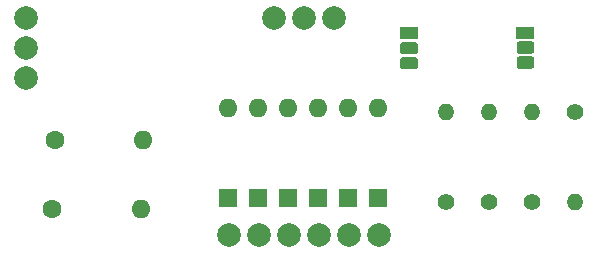
<source format=gbr>
G04 #@! TF.GenerationSoftware,KiCad,Pcbnew,(5.0.0)*
G04 #@! TF.CreationDate,2019-11-16T16:49:10+00:00*
G04 #@! TF.ProjectId,LS07,4C5330372E6B696361645F7063620000,rev?*
G04 #@! TF.SameCoordinates,Original*
G04 #@! TF.FileFunction,Soldermask,Top*
G04 #@! TF.FilePolarity,Negative*
%FSLAX46Y46*%
G04 Gerber Fmt 4.6, Leading zero omitted, Abs format (unit mm)*
G04 Created by KiCad (PCBNEW (5.0.0)) date 11/16/19 16:49:10*
%MOMM*%
%LPD*%
G01*
G04 APERTURE LIST*
%ADD10O,1.600000X1.600000*%
%ADD11C,1.600000*%
%ADD12C,2.000000*%
%ADD13R,1.600000X1.600000*%
%ADD14C,1.400000*%
%ADD15O,1.400000X1.400000*%
%ADD16R,1.500000X1.050000*%
%ADD17C,0.100000*%
%ADD18C,1.050000*%
G04 APERTURE END LIST*
D10*
G04 #@! TO.C,C1*
X129900000Y-71600000D03*
D11*
X122400000Y-71600000D03*
G04 #@! TD*
D10*
G04 #@! TO.C,C2*
X129700000Y-77400000D03*
D11*
X122200000Y-77400000D03*
G04 #@! TD*
D12*
G04 #@! TO.C,J1*
X145998000Y-61225500D03*
X143458000Y-61225500D03*
X140918000Y-61225500D03*
X149808000Y-79640500D03*
X147268000Y-79640500D03*
X144728000Y-79640500D03*
X142188000Y-79640500D03*
X139648000Y-79640500D03*
X137108000Y-79640500D03*
X119963000Y-66305500D03*
X119963000Y-63765500D03*
X119963000Y-61225500D03*
G04 #@! TD*
D13*
G04 #@! TO.C,D1*
X137096000Y-76454000D03*
D10*
X137096000Y-68834000D03*
G04 #@! TD*
D13*
G04 #@! TO.C,D2*
X139636000Y-76454000D03*
D10*
X139636000Y-68834000D03*
G04 #@! TD*
D13*
G04 #@! TO.C,D3*
X142176000Y-76454000D03*
D10*
X142176000Y-68834000D03*
G04 #@! TD*
D13*
G04 #@! TO.C,D4*
X144716000Y-76454000D03*
D10*
X144716000Y-68834000D03*
G04 #@! TD*
D13*
G04 #@! TO.C,D5*
X147256000Y-76454000D03*
D10*
X147256000Y-68834000D03*
G04 #@! TD*
D13*
G04 #@! TO.C,D6*
X149796000Y-76454000D03*
D10*
X149796000Y-68834000D03*
G04 #@! TD*
D14*
G04 #@! TO.C,R1*
X155512000Y-76835000D03*
D15*
X155512000Y-69215000D03*
G04 #@! TD*
D14*
G04 #@! TO.C,R2*
X159194000Y-76835000D03*
D15*
X159194000Y-69215000D03*
G04 #@! TD*
D14*
G04 #@! TO.C,R3*
X162814000Y-76835000D03*
D15*
X162814000Y-69215000D03*
G04 #@! TD*
D14*
G04 #@! TO.C,R4*
X166400000Y-69200000D03*
D15*
X166400000Y-76820000D03*
G04 #@! TD*
D16*
G04 #@! TO.C,VT1*
X152400000Y-62547500D03*
D17*
G36*
X152913229Y-64563764D02*
X152938711Y-64567544D01*
X152963700Y-64573803D01*
X152987954Y-64582482D01*
X153011242Y-64593496D01*
X153033337Y-64606739D01*
X153054028Y-64622085D01*
X153073116Y-64639384D01*
X153090415Y-64658472D01*
X153105761Y-64679163D01*
X153119004Y-64701258D01*
X153130018Y-64724546D01*
X153138697Y-64748800D01*
X153144956Y-64773789D01*
X153148736Y-64799271D01*
X153150000Y-64825000D01*
X153150000Y-65350000D01*
X153148736Y-65375729D01*
X153144956Y-65401211D01*
X153138697Y-65426200D01*
X153130018Y-65450454D01*
X153119004Y-65473742D01*
X153105761Y-65495837D01*
X153090415Y-65516528D01*
X153073116Y-65535616D01*
X153054028Y-65552915D01*
X153033337Y-65568261D01*
X153011242Y-65581504D01*
X152987954Y-65592518D01*
X152963700Y-65601197D01*
X152938711Y-65607456D01*
X152913229Y-65611236D01*
X152887500Y-65612500D01*
X151912500Y-65612500D01*
X151886771Y-65611236D01*
X151861289Y-65607456D01*
X151836300Y-65601197D01*
X151812046Y-65592518D01*
X151788758Y-65581504D01*
X151766663Y-65568261D01*
X151745972Y-65552915D01*
X151726884Y-65535616D01*
X151709585Y-65516528D01*
X151694239Y-65495837D01*
X151680996Y-65473742D01*
X151669982Y-65450454D01*
X151661303Y-65426200D01*
X151655044Y-65401211D01*
X151651264Y-65375729D01*
X151650000Y-65350000D01*
X151650000Y-64825000D01*
X151651264Y-64799271D01*
X151655044Y-64773789D01*
X151661303Y-64748800D01*
X151669982Y-64724546D01*
X151680996Y-64701258D01*
X151694239Y-64679163D01*
X151709585Y-64658472D01*
X151726884Y-64639384D01*
X151745972Y-64622085D01*
X151766663Y-64606739D01*
X151788758Y-64593496D01*
X151812046Y-64582482D01*
X151836300Y-64573803D01*
X151861289Y-64567544D01*
X151886771Y-64563764D01*
X151912500Y-64562500D01*
X152887500Y-64562500D01*
X152913229Y-64563764D01*
X152913229Y-64563764D01*
G37*
D18*
X152400000Y-65087500D03*
D17*
G36*
X152913229Y-63293764D02*
X152938711Y-63297544D01*
X152963700Y-63303803D01*
X152987954Y-63312482D01*
X153011242Y-63323496D01*
X153033337Y-63336739D01*
X153054028Y-63352085D01*
X153073116Y-63369384D01*
X153090415Y-63388472D01*
X153105761Y-63409163D01*
X153119004Y-63431258D01*
X153130018Y-63454546D01*
X153138697Y-63478800D01*
X153144956Y-63503789D01*
X153148736Y-63529271D01*
X153150000Y-63555000D01*
X153150000Y-64080000D01*
X153148736Y-64105729D01*
X153144956Y-64131211D01*
X153138697Y-64156200D01*
X153130018Y-64180454D01*
X153119004Y-64203742D01*
X153105761Y-64225837D01*
X153090415Y-64246528D01*
X153073116Y-64265616D01*
X153054028Y-64282915D01*
X153033337Y-64298261D01*
X153011242Y-64311504D01*
X152987954Y-64322518D01*
X152963700Y-64331197D01*
X152938711Y-64337456D01*
X152913229Y-64341236D01*
X152887500Y-64342500D01*
X151912500Y-64342500D01*
X151886771Y-64341236D01*
X151861289Y-64337456D01*
X151836300Y-64331197D01*
X151812046Y-64322518D01*
X151788758Y-64311504D01*
X151766663Y-64298261D01*
X151745972Y-64282915D01*
X151726884Y-64265616D01*
X151709585Y-64246528D01*
X151694239Y-64225837D01*
X151680996Y-64203742D01*
X151669982Y-64180454D01*
X151661303Y-64156200D01*
X151655044Y-64131211D01*
X151651264Y-64105729D01*
X151650000Y-64080000D01*
X151650000Y-63555000D01*
X151651264Y-63529271D01*
X151655044Y-63503789D01*
X151661303Y-63478800D01*
X151669982Y-63454546D01*
X151680996Y-63431258D01*
X151694239Y-63409163D01*
X151709585Y-63388472D01*
X151726884Y-63369384D01*
X151745972Y-63352085D01*
X151766663Y-63336739D01*
X151788758Y-63323496D01*
X151812046Y-63312482D01*
X151836300Y-63303803D01*
X151861289Y-63297544D01*
X151886771Y-63293764D01*
X151912500Y-63292500D01*
X152887500Y-63292500D01*
X152913229Y-63293764D01*
X152913229Y-63293764D01*
G37*
D18*
X152400000Y-63817500D03*
G04 #@! TD*
D16*
G04 #@! TO.C,VT2*
X162242000Y-62484000D03*
D17*
G36*
X162755229Y-64500264D02*
X162780711Y-64504044D01*
X162805700Y-64510303D01*
X162829954Y-64518982D01*
X162853242Y-64529996D01*
X162875337Y-64543239D01*
X162896028Y-64558585D01*
X162915116Y-64575884D01*
X162932415Y-64594972D01*
X162947761Y-64615663D01*
X162961004Y-64637758D01*
X162972018Y-64661046D01*
X162980697Y-64685300D01*
X162986956Y-64710289D01*
X162990736Y-64735771D01*
X162992000Y-64761500D01*
X162992000Y-65286500D01*
X162990736Y-65312229D01*
X162986956Y-65337711D01*
X162980697Y-65362700D01*
X162972018Y-65386954D01*
X162961004Y-65410242D01*
X162947761Y-65432337D01*
X162932415Y-65453028D01*
X162915116Y-65472116D01*
X162896028Y-65489415D01*
X162875337Y-65504761D01*
X162853242Y-65518004D01*
X162829954Y-65529018D01*
X162805700Y-65537697D01*
X162780711Y-65543956D01*
X162755229Y-65547736D01*
X162729500Y-65549000D01*
X161754500Y-65549000D01*
X161728771Y-65547736D01*
X161703289Y-65543956D01*
X161678300Y-65537697D01*
X161654046Y-65529018D01*
X161630758Y-65518004D01*
X161608663Y-65504761D01*
X161587972Y-65489415D01*
X161568884Y-65472116D01*
X161551585Y-65453028D01*
X161536239Y-65432337D01*
X161522996Y-65410242D01*
X161511982Y-65386954D01*
X161503303Y-65362700D01*
X161497044Y-65337711D01*
X161493264Y-65312229D01*
X161492000Y-65286500D01*
X161492000Y-64761500D01*
X161493264Y-64735771D01*
X161497044Y-64710289D01*
X161503303Y-64685300D01*
X161511982Y-64661046D01*
X161522996Y-64637758D01*
X161536239Y-64615663D01*
X161551585Y-64594972D01*
X161568884Y-64575884D01*
X161587972Y-64558585D01*
X161608663Y-64543239D01*
X161630758Y-64529996D01*
X161654046Y-64518982D01*
X161678300Y-64510303D01*
X161703289Y-64504044D01*
X161728771Y-64500264D01*
X161754500Y-64499000D01*
X162729500Y-64499000D01*
X162755229Y-64500264D01*
X162755229Y-64500264D01*
G37*
D18*
X162242000Y-65024000D03*
D17*
G36*
X162755229Y-63230264D02*
X162780711Y-63234044D01*
X162805700Y-63240303D01*
X162829954Y-63248982D01*
X162853242Y-63259996D01*
X162875337Y-63273239D01*
X162896028Y-63288585D01*
X162915116Y-63305884D01*
X162932415Y-63324972D01*
X162947761Y-63345663D01*
X162961004Y-63367758D01*
X162972018Y-63391046D01*
X162980697Y-63415300D01*
X162986956Y-63440289D01*
X162990736Y-63465771D01*
X162992000Y-63491500D01*
X162992000Y-64016500D01*
X162990736Y-64042229D01*
X162986956Y-64067711D01*
X162980697Y-64092700D01*
X162972018Y-64116954D01*
X162961004Y-64140242D01*
X162947761Y-64162337D01*
X162932415Y-64183028D01*
X162915116Y-64202116D01*
X162896028Y-64219415D01*
X162875337Y-64234761D01*
X162853242Y-64248004D01*
X162829954Y-64259018D01*
X162805700Y-64267697D01*
X162780711Y-64273956D01*
X162755229Y-64277736D01*
X162729500Y-64279000D01*
X161754500Y-64279000D01*
X161728771Y-64277736D01*
X161703289Y-64273956D01*
X161678300Y-64267697D01*
X161654046Y-64259018D01*
X161630758Y-64248004D01*
X161608663Y-64234761D01*
X161587972Y-64219415D01*
X161568884Y-64202116D01*
X161551585Y-64183028D01*
X161536239Y-64162337D01*
X161522996Y-64140242D01*
X161511982Y-64116954D01*
X161503303Y-64092700D01*
X161497044Y-64067711D01*
X161493264Y-64042229D01*
X161492000Y-64016500D01*
X161492000Y-63491500D01*
X161493264Y-63465771D01*
X161497044Y-63440289D01*
X161503303Y-63415300D01*
X161511982Y-63391046D01*
X161522996Y-63367758D01*
X161536239Y-63345663D01*
X161551585Y-63324972D01*
X161568884Y-63305884D01*
X161587972Y-63288585D01*
X161608663Y-63273239D01*
X161630758Y-63259996D01*
X161654046Y-63248982D01*
X161678300Y-63240303D01*
X161703289Y-63234044D01*
X161728771Y-63230264D01*
X161754500Y-63229000D01*
X162729500Y-63229000D01*
X162755229Y-63230264D01*
X162755229Y-63230264D01*
G37*
D18*
X162242000Y-63754000D03*
G04 #@! TD*
M02*

</source>
